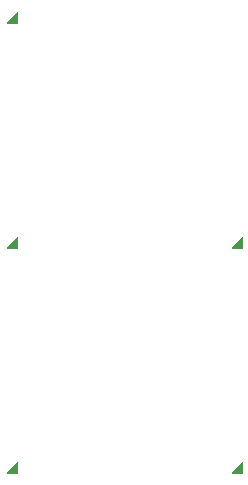
<source format=gbr>
%TF.GenerationSoftware,KiCad,Pcbnew,9.0.7*%
%TF.CreationDate,2026-01-29T22:12:25-06:00*%
%TF.ProjectId,macropad,6d616372-6f70-4616-942e-6b696361645f,rev?*%
%TF.SameCoordinates,Original*%
%TF.FileFunction,Legend,Bot*%
%TF.FilePolarity,Positive*%
%FSLAX46Y46*%
G04 Gerber Fmt 4.6, Leading zero omitted, Abs format (unit mm)*
G04 Created by KiCad (PCBNEW 9.0.7) date 2026-01-29 22:12:25*
%MOMM*%
%LPD*%
G01*
G04 APERTURE LIST*
%ADD10C,0.100000*%
G04 APERTURE END LIST*
D10*
%TO.C,D4*%
X142312501Y-148939358D02*
X141412501Y-148939358D01*
X142312501Y-148039358D01*
X142312501Y-148939358D01*
G36*
X142312501Y-148939358D02*
G01*
X141412501Y-148939358D01*
X142312501Y-148039358D01*
X142312501Y-148939358D01*
G37*
%TO.C,D5*%
X161362501Y-148939358D02*
X160462501Y-148939358D01*
X161362501Y-148039358D01*
X161362501Y-148939358D01*
G36*
X161362501Y-148939358D02*
G01*
X160462501Y-148939358D01*
X161362501Y-148039358D01*
X161362501Y-148939358D01*
G37*
%TO.C,D2*%
X142312501Y-129889358D02*
X141412501Y-129889358D01*
X142312501Y-128989358D01*
X142312501Y-129889358D01*
G36*
X142312501Y-129889358D02*
G01*
X141412501Y-129889358D01*
X142312501Y-128989358D01*
X142312501Y-129889358D01*
G37*
%TO.C,D1*%
X142312501Y-110839358D02*
X141412501Y-110839358D01*
X142312501Y-109939358D01*
X142312501Y-110839358D01*
G36*
X142312501Y-110839358D02*
G01*
X141412501Y-110839358D01*
X142312501Y-109939358D01*
X142312501Y-110839358D01*
G37*
%TO.C,D3*%
X161362501Y-129889358D02*
X160462501Y-129889358D01*
X161362501Y-128989358D01*
X161362501Y-129889358D01*
G36*
X161362501Y-129889358D02*
G01*
X160462501Y-129889358D01*
X161362501Y-128989358D01*
X161362501Y-129889358D01*
G37*
%TD*%
M02*

</source>
